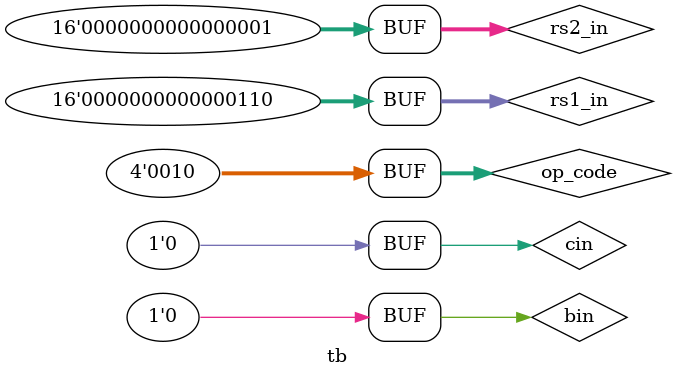
<source format=sv>
`include"design.sv"
module tb;
  reg [15:0] rs1_in,rs2_in;
  reg [3:0] op_code;
  reg cin,bin;
  wire [15:0]result;
  top t1(.op_code(op_code),.rs1_in(rs1_in),.cin(cin),.bin(bin),.rs2_in(rs2_in),.result(result));
  initial begin
    rs1_in=16'b110;
    rs2_in=16'b001;
    op_code=4'b10;
    cin=0;
    bin=0;
    $monitor("rs1_in=%0d rs2_in=%0d  op_code=%0p result=%0p",rs1_in,rs2_in,op_code,result);
  end
endmodule

</source>
